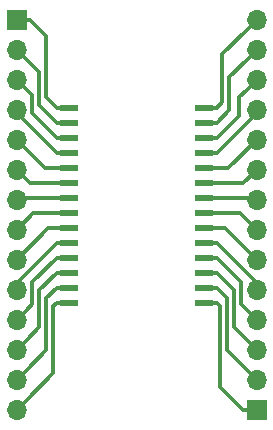
<source format=gbr>
G04 #@! TF.GenerationSoftware,KiCad,Pcbnew,(5.1.5)-3*
G04 #@! TF.CreationDate,2020-01-01T11:45:00-05:00*
G04 #@! TF.ProjectId,CY62256_BREAKOUT,43593632-3235-4365-9f42-5245414b4f55,rev?*
G04 #@! TF.SameCoordinates,PX43d3480PY55fe290*
G04 #@! TF.FileFunction,Copper,L1,Top*
G04 #@! TF.FilePolarity,Positive*
%FSLAX46Y46*%
G04 Gerber Fmt 4.6, Leading zero omitted, Abs format (unit mm)*
G04 Created by KiCad (PCBNEW (5.1.5)-3) date 2020-01-01 11:45:00*
%MOMM*%
%LPD*%
G04 APERTURE LIST*
%ADD10R,1.524000X0.500000*%
%ADD11O,1.700000X1.700000*%
%ADD12R,1.700000X1.700000*%
%ADD13C,0.300000*%
G04 APERTURE END LIST*
D10*
X6987540Y28097480D03*
X6987540Y26827480D03*
X6987540Y25557480D03*
X6987540Y24287480D03*
X6987540Y23017480D03*
X6987540Y21747480D03*
X6987540Y20477480D03*
X6987540Y19207480D03*
X6987540Y17937480D03*
X6987540Y16667480D03*
X6987540Y15397480D03*
X6987540Y14127480D03*
X6987540Y12857480D03*
X6987540Y11587480D03*
X18417540Y11587480D03*
X18417540Y12857480D03*
X18417540Y14127480D03*
X18417540Y15397480D03*
X18417540Y16667480D03*
X18417540Y17937480D03*
X18417540Y19207480D03*
X18417540Y20477480D03*
X18417540Y21747480D03*
X18417540Y23017480D03*
X18417540Y24287480D03*
X18417540Y25557480D03*
X18417540Y26827480D03*
X18417540Y28097480D03*
D11*
X22860000Y35560000D03*
X22860000Y33020000D03*
X22860000Y30480000D03*
X22860000Y27940000D03*
X22860000Y25400000D03*
X22860000Y22860000D03*
X22860000Y20320000D03*
X22860000Y17780000D03*
X22860000Y15240000D03*
X22860000Y12700000D03*
X22860000Y10160000D03*
X22860000Y7620000D03*
X22860000Y5080000D03*
D12*
X22860000Y2540000D03*
D11*
X2540000Y2540000D03*
X2540000Y5080000D03*
X2540000Y7620000D03*
X2540000Y10160000D03*
X2540000Y12700000D03*
X2540000Y15240000D03*
X2540000Y17780000D03*
X2540000Y20320000D03*
X2540000Y22860000D03*
X2540000Y25400000D03*
X2540000Y27940000D03*
X2540000Y30480000D03*
X2540000Y33020000D03*
D12*
X2540000Y35560000D03*
D13*
X22010001Y34710001D02*
X22860000Y35560000D01*
X19959979Y32659979D02*
X22010001Y34710001D01*
X19479540Y28097480D02*
X19959979Y28577919D01*
X19959979Y28577919D02*
X19959979Y32659979D01*
X18417540Y28097480D02*
X19479540Y28097480D01*
X22010001Y32170001D02*
X22860000Y33020000D01*
X20559989Y30719989D02*
X22010001Y32170001D01*
X19479540Y26827480D02*
X20559989Y27907929D01*
X20559989Y27907929D02*
X20559989Y30719989D01*
X18417540Y26827480D02*
X19479540Y26827480D01*
X22010001Y29630001D02*
X22860000Y30480000D01*
X21359999Y28979999D02*
X22010001Y29630001D01*
X21359999Y27437939D02*
X21359999Y28979999D01*
X19479540Y25557480D02*
X21359999Y27437939D01*
X18417540Y25557480D02*
X19479540Y25557480D01*
X22860000Y27667940D02*
X22860000Y27940000D01*
X19479540Y24287480D02*
X22860000Y27667940D01*
X18417540Y24287480D02*
X19479540Y24287480D01*
X20477480Y23017480D02*
X22860000Y25400000D01*
X18417540Y23017480D02*
X20477480Y23017480D01*
X21747480Y21747480D02*
X22860000Y22860000D01*
X18417540Y21747480D02*
X21747480Y21747480D01*
X22702520Y20477480D02*
X22860000Y20320000D01*
X18417540Y20477480D02*
X22702520Y20477480D01*
X21432520Y19207480D02*
X22860000Y17780000D01*
X18417540Y19207480D02*
X21432520Y19207480D01*
X20162520Y17937480D02*
X22860000Y15240000D01*
X18417540Y17937480D02*
X20162520Y17937480D01*
X22860000Y13287020D02*
X22860000Y12700000D01*
X19479540Y16667480D02*
X22860000Y13287020D01*
X18417540Y16667480D02*
X19479540Y16667480D01*
X22010001Y11009999D02*
X22860000Y10160000D01*
X21559999Y13317021D02*
X21559999Y11460001D01*
X19479540Y15397480D02*
X21559999Y13317021D01*
X21559999Y11460001D02*
X22010001Y11009999D01*
X18417540Y15397480D02*
X19479540Y15397480D01*
X22010001Y8469999D02*
X22860000Y7620000D01*
X20959989Y9520011D02*
X22010001Y8469999D01*
X20959989Y12647031D02*
X20959989Y9520011D01*
X19479540Y14127480D02*
X20959989Y12647031D01*
X18417540Y14127480D02*
X19479540Y14127480D01*
X20359979Y7580021D02*
X22010001Y5929999D01*
X22010001Y5929999D02*
X22860000Y5080000D01*
X20359979Y11977041D02*
X20359979Y7580021D01*
X19479540Y12857480D02*
X20359979Y11977041D01*
X18417540Y12857480D02*
X19479540Y12857480D01*
X21710000Y2540000D02*
X22860000Y2540000D01*
X19759969Y11307051D02*
X19759969Y4490031D01*
X19759969Y4490031D02*
X21710000Y2540000D01*
X19479540Y11587480D02*
X19759969Y11307051D01*
X18417540Y11587480D02*
X19479540Y11587480D01*
X3690000Y35560000D02*
X2540000Y35560000D01*
X5040021Y28982999D02*
X5040021Y34209979D01*
X5925540Y28097480D02*
X5040021Y28982999D01*
X5040021Y34209979D02*
X3690000Y35560000D01*
X6987540Y28097480D02*
X5925540Y28097480D01*
X3389999Y32170001D02*
X2540000Y33020000D01*
X4440011Y28313009D02*
X4440011Y31119989D01*
X5925540Y26827480D02*
X4440011Y28313009D01*
X4440011Y31119989D02*
X3389999Y32170001D01*
X6987540Y26827480D02*
X5925540Y26827480D01*
X3389999Y29630001D02*
X2540000Y30480000D01*
X3840001Y29179999D02*
X3389999Y29630001D01*
X3840001Y27643019D02*
X3840001Y29179999D01*
X5925540Y25557480D02*
X3840001Y27643019D01*
X6987540Y25557480D02*
X5925540Y25557480D01*
X2540000Y27673020D02*
X2540000Y27940000D01*
X5925540Y24287480D02*
X2540000Y27673020D01*
X6987540Y24287480D02*
X5925540Y24287480D01*
X4922520Y23017480D02*
X2540000Y25400000D01*
X6987540Y23017480D02*
X4922520Y23017480D01*
X3652520Y21747480D02*
X2540000Y22860000D01*
X6987540Y21747480D02*
X3652520Y21747480D01*
X2697480Y20477480D02*
X2540000Y20320000D01*
X6987540Y20477480D02*
X2697480Y20477480D01*
X3967480Y19207480D02*
X2540000Y17780000D01*
X6987540Y19207480D02*
X3967480Y19207480D01*
X5237480Y17937480D02*
X2540000Y15240000D01*
X6987540Y17937480D02*
X5237480Y17937480D01*
X2540000Y13281940D02*
X2540000Y12700000D01*
X5925540Y16667480D02*
X2540000Y13281940D01*
X6987540Y16667480D02*
X5925540Y16667480D01*
X3389999Y11009999D02*
X2540000Y10160000D01*
X3840001Y13311941D02*
X3840001Y11460001D01*
X5925540Y15397480D02*
X3840001Y13311941D01*
X3840001Y11460001D02*
X3389999Y11009999D01*
X6987540Y15397480D02*
X5925540Y15397480D01*
X3389999Y8469999D02*
X2540000Y7620000D01*
X4440011Y9520011D02*
X3389999Y8469999D01*
X4440011Y12641951D02*
X4440011Y9520011D01*
X5925540Y14127480D02*
X4440011Y12641951D01*
X6987540Y14127480D02*
X5925540Y14127480D01*
X5040021Y7580021D02*
X3389999Y5929999D01*
X5040021Y11971961D02*
X5040021Y7580021D01*
X5925540Y12857480D02*
X5040021Y11971961D01*
X3389999Y5929999D02*
X2540000Y5080000D01*
X6987540Y12857480D02*
X5925540Y12857480D01*
X3389999Y3389999D02*
X2540000Y2540000D01*
X5640031Y5640031D02*
X3389999Y3389999D01*
X5640031Y11301971D02*
X5640031Y5640031D01*
X5925540Y11587480D02*
X5640031Y11301971D01*
X6987540Y11587480D02*
X5925540Y11587480D01*
M02*

</source>
